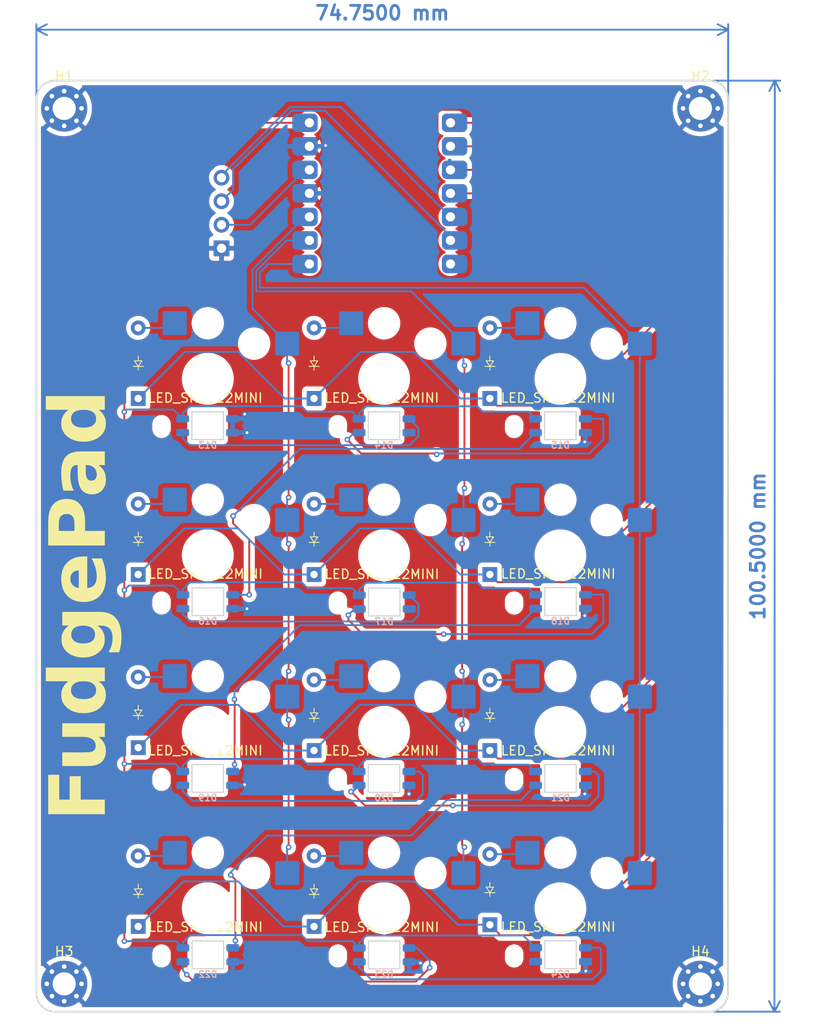
<source format=kicad_pcb>
(kicad_pcb (version 20240108) (generator "pcbnew") (generator_version "8.0")
  (layers (0 "F.Cu" signal) (31 "B.Cu" signal) (34 "B.Paste" user) (35 "F.Paste" user) (36 "B.SilkS" user "B.Silkscreen") (37 "F.SilkS" user "F.Silkscreen") (38 "B.Mask" user) (39 "F.Mask" user) (44 "Edge.Cuts" user))
  (net 0 "")
  (net 1 "Net-(D1-A)")
  (net 2 "Row 1")
  (net 3 "Net-(D2-A)")
  (net 4 "Net-(D3-A)")
  (net 5 "Net-(D4-A)")
  (net 6 "Row 2")
  (net 7 "Net-(D5-A)")
  (net 8 "Net-(D6-A)")
  (net 9 "Row 3")
  (net 10 "Net-(D7-A)")
  (net 11 "Net-(D8-A)")
  (net 12 "Net-(D9-A)")
  (net 13 "Row 4")
  (net 14 "Net-(D10-A)")
  (net 15 "Net-(D11-A)")
  (net 16 "Net-(D12-A)")
  (net 17 "LED")
  (net 18 "Net-(D13-DOUT)")
  (net 19 "+5V")
  (net 20 "Net-(D14-DOUT)")
  (net 21 "Net-(D15-DOUT)")
  (net 22 "Net-(D16-DOUT)")
  (net 23 "Net-(D17-DOUT)")
  (net 24 "Net-(D18-DOUT)")
  (net 25 "Net-(D19-DOUT)")
  (net 26 "Net-(D20-DOUT)")
  (net 27 "Net-(D21-DOUT)")
  (net 28 "Net-(D22-DOUT)")
  (net 29 "Net-(D23-DOUT)")
  (net 31 "Col 2")
  (net 32 "Col 3")
  (net 33 "Col 1")
  (net 34 "SCL")
  (net 35 "SDA")
  (net 37 "+3.3V")
  (footprint "ScottoKeebs_Components:Diode_DO-35" (layer "F.Cu") (at 111.5 116.5 90)
    (property "Reference" "D7" (hide yes))
    (property "Value" "Diode" (hide yes))
  )
  (footprint "ScottoKeebs_Components:Diode_DO-35" (layer "F.Cu") (at 149.5 97.81 90)
    (property "Reference" "D6" (hide yes))
    (property "Value" "Diode" (hide yes))
  )
  (footprint "ScottoKeebs_Components:Diode_DO-35" (layer "F.Cu") (at 111.5 78.81 90)
    (property "Reference" "D1" (hide yes))
    (property "Value" "Diode" (hide yes))
  )
  (footprint "MountingHole:MountingHole_2.5mm_Pad_Via" (layer "F.Cu") (at 103.5 47.5)
    (property "Reference" "H1")
    (property "Value" "MountingHole_Pad")
  )
  (footprint "ScottoKeebs_Components:Diode_DO-35" (layer "F.Cu") (at 130.5 78.81 90)
    (property "Reference" "D2" (hide yes))
    (property "Value" "Diode" (hide yes))
  )
  (footprint "ScottoKeebs_Components:Diode_DO-35" (layer "F.Cu") (at 149.5 78.81 90)
    (property "Reference" "D3" (hide yes))
    (property "Value" "Diode" (hide yes))
  )
  (footprint "ScottoKeebs_Components:Diode_DO-35" (layer "F.Cu") (at 149.5 116.81 90)
    (property "Reference" "D9" (hide yes))
    (property "Value" "Diode" (hide yes))
  )
  (footprint "ScottoKeebs_Components:Diode_DO-35" (layer "F.Cu") (at 149.5 135.62 90)
    (property "Reference" "D12" (hide yes))
    (property "Value" "Diode" (hide yes))
  )
  (footprint "sb componets:OLED_128x32" (layer "F.Cu") (at 118.9 52.8)
    (property "Reference" "J1" (hide yes))
    (property "Value" "OLED_128x32")
  )
  (footprint "ScottoKeebs_Components:Diode_DO-35" (layer "F.Cu") (at 111.5 135.81 90)
    (property "Reference" "D10" (hide yes))
    (property "Value" "Diode" (hide yes))
  )
  (footprint "ScottoKeebs_Components:Diode_DO-35" (layer "F.Cu") (at 111.5 97.81 90)
    (property "Reference" "D4" (hide yes))
    (property "Value" "Diode" (hide yes))
  )
  (footprint "MountingHole:MountingHole_2.5mm_Pad_Via" (layer "F.Cu") (at 103.5 142)
    (property "Reference" "H3")
    (property "Value" "MountingHole_Pad")
  )
  (footprint "MountingHole:MountingHole_2.5mm_Pad_Via" (layer "F.Cu") (at 172.25 142)
    (property "Reference" "H4")
    (property "Value" "MountingHole_Pad")
  )
  (footprint "ScottoKeebs_Components:Diode_DO-35" (layer "F.Cu") (at 130.5 97.81 90)
    (property "Reference" "D5" (hide yes))
    (property "Value" "Diode" (hide yes))
  )
  (footprint "MountingHole:MountingHole_2.5mm_Pad_Via" (layer "F.Cu") (at 172.25 47.5)
    (property "Reference" "H2")
    (property "Value" "MountingHole_Pad")
  )
  (footprint "ScottoKeebs_Components:Diode_DO-35" (layer "F.Cu") (at 130.5 135.81 90)
    (property "Reference" "D11" (hide yes))
    (property "Value" "Diode" (hide yes))
  )
  (footprint "ScottoKeebs_Components:Diode_DO-35" (layer "F.Cu") (at 130.5 116.81 90)
    (property "Reference" "D8" (hide yes))
    (property "Value" "Diode" (hide yes))
  )
  (footprint "sb componets:LED_SK6812MINI" (layer "B.Cu") (at 157.134149 100.73876 180)
    (property "Reference" "D18")
    (property "Value" "LED_SK6812MINI")
    (fp_line (start 1.7 1.5) (end 1.7 -1.5) (stroke (width 0.12)) (layer "Edge.Cuts"))
    (fp_line (start 1.7 -1.5) (end -1.7 -1.5) (stroke (width 0.12)) (layer "Edge.Cuts"))
    (fp_line (start -1.7 1.5) (end 1.7 1.5) (stroke (width 0.12)) (layer "Edge.Cuts"))
    (fp_line (start -1.7 -1.5) (end -1.7 1.5) (stroke (width 0.12)) (layer "Edge.Cuts"))
  )
  (footprint "sb componets:LED_SK6812MINI" (layer "B.Cu") (at 138.060732 119.830547 180)
    (property "Reference" "D20")
    (property "Value" "LED_SK6812MINI")
    (fp_line (start 1.7 1.5) (end 1.7 -1.5) (stroke (width 0.12)) (layer "Edge.Cuts"))
    (fp_line (start 1.7 -1.5) (end -1.7 -1.5) (stroke (width 0.12)) (layer "Edge.Cuts"))
    (fp_line (start -1.7 1.5) (end 1.7 1.5) (stroke (width 0.12)) (layer "Edge.Cuts"))
    (fp_line (start -1.7 -1.5) (end -1.7 1.5) (stroke (width 0.12)) (layer "Edge.Cuts"))
  )
  (footprint "sb componets:LED_SK6812MINI" (layer "B.Cu") (at 157.120028 81.75 180)
    (property "Reference" "D15")
    (property "Value" "LED_SK6812MINI")
    (fp_line (start 1.7 1.5) (end 1.7 -1.5) (stroke (width 0.12)) (layer "Edge.Cuts"))
    (fp_line (start 1.7 -1.5) (end -1.7 -1.5) (stroke (width 0.12)) (layer "Edge.Cuts"))
    (fp_line (start -1.7 1.5) (end 1.7 1.5) (stroke (width 0.12)) (layer "Edge.Cuts"))
    (fp_line (start -1.7 -1.5) (end -1.7 1.5) (stroke (width 0.12)) (layer "Edge.Cuts"))
  )
  (footprint "Kailh_PG1353_Hotswap:Kailh-PG1353-Hotswap-1U" (layer "B.Cu") (at 119.02 114.7875 180)
    (property "Reference" "S7")
    (property "Value" "Keyswitch")
  )
  (footprint "Kailh_PG1353_Hotswap:Kailh-PG1353-Hotswap-1U" (layer "B.Cu") (at 157.12 133.8375 180)
    (property "Reference" "S12")
    (property "Value" "Keyswitch")
  )
  (footprint "sb componets:LED_SK6812MINI" (layer "B.Cu") (at 138.063544 81.75 180)
    (property "Reference" "D14")
    (property "Value" "LED_SK6812MINI")
    (fp_line (start 1.7 1.5) (end 1.7 -1.5) (stroke (width 0.12)) (layer "Edge.Cuts"))
    (fp_line (start 1.7 -1.5) (end -1.7 -1.5) (stroke (width 0.12)) (layer "Edge.Cuts"))
    (fp_line (start -1.7 1.5) (end 1.7 1.5) (stroke (width 0.12)) (layer "Edge.Cuts"))
    (fp_line (start -1.7 -1.5) (end -1.7 1.5) (stroke (width 0.12)) (layer "Edge.Cuts"))
  )
  (footprint "sb componets:LED_SK6812MINI" (layer "B.Cu") (at 119 81.75 180)
    (property "Reference" "D13")
    (property "Value" "LED_SK6812MINI")
    (fp_line (start 1.7 1.5) (end 1.7 -1.5) (stroke (width 0.12)) (layer "Edge.Cuts"))
    (fp_line (start 1.7 -1.5) (end -1.7 -1.5) (stroke (width 0.12)) (layer "Edge.Cuts"))
    (fp_line (start -1.7 1.5) (end 1.7 1.5) (stroke (width 0.12)) (layer "Edge.Cuts"))
    (fp_line (start -1.7 -1.5) (end -1.7 1.5) (stroke (width 0.12)) (layer "Edge.Cuts"))
  )
  (footprint "sb componets:LED_SK6812MINI" (layer "B.Cu") (at 119.023485 138.867435 180)
    (property "Reference" "D22")
    (property "Value" "LED_SK6812MINI")
    (fp_line (start 1.7 1.5) (end 1.7 -1.5) (stroke (width 0.12)) (layer "Edge.Cuts"))
    (fp_line (start 1.7 -1.5) (end -1.7 -1.5) (stroke (width 0.12)) (layer "Edge.Cuts"))
    (fp_line (start -1.7 1.5) (end 1.7 1.5) (stroke (width 0.12)) (layer "Edge.Cuts"))
    (fp_line (start -1.7 -1.5) (end -1.7 1.5) (stroke (width 0.12)) (layer "Edge.Cuts"))
  )
  (footprint "sb componets:LED_SK6812MINI" (layer "B.Cu") (at 119.005474 119.819308 180)
    (property "Reference" "D19")
    (property "Value" "LED_SK6812MINI")
    (fp_line (start 1.7 1.5) (end 1.7 -1.5) (stroke (width 0.12)) (layer "Edge.Cuts"))
    (fp_line (start 1.7 -1.5) (end -1.7 -1.5) (stroke (width 0.12)) (layer "Edge.Cuts"))
    (fp_line (start -1.7 1.5) (end 1.7 1.5) (stroke (width 0.12)) (layer "Edge.Cuts"))
    (fp_line (start -1.7 -1.5) (end -1.7 1.5) (stroke (width 0.12)) (layer "Edge.Cuts"))
  )
  (footprint "sb componets:LED_SK6812MINI" (layer "B.Cu") (at 157.130978 119.824135 180)
    (property "Reference" "D21")
    (property "Value" "LED_SK6812MINI")
    (fp_line (start 1.7 1.5) (end 1.7 -1.5) (stroke (width 0.12)) (layer "Edge.Cuts"))
    (fp_line (start 1.7 -1.5) (end -1.7 -1.5) (stroke (width 0.12)) (layer "Edge.Cuts"))
    (fp_line (start -1.7 1.5) (end 1.7 1.5) (stroke (width 0.12)) (layer "Edge.Cuts"))
    (fp_line (start -1.7 -1.5) (end -1.7 1.5) (stroke (width 0.12)) (layer "Edge.Cuts"))
  )
  (footprint "Kailh_PG1353_Hotswap:Kailh-PG1353-Hotswap-1U" (layer "B.Cu") (at 157.12 76.6875 180)
    (property "Reference" "S3")
    (property "Value" "Keyswitch")
  )
  (footprint "Kailh_PG1353_Hotswap:Kailh-PG1353-Hotswap-1U" (layer "B.Cu") (at 119.02 95.7375 180)
    (property "Reference" "S4")
    (property "Value" "Keyswitch")
  )
  (footprint "sb componets:LED_SK6812MINI" (layer "B.Cu") (at 157.133501 138.854252 180)
    (property "Reference" "D24")
    (property "Value" "LED_SK6812MINI")
    (fp_line (start 1.7 1.5) (end 1.7 -1.5) (stroke (width 0.12)) (layer "Edge.Cuts"))
    (fp_line (start 1.7 -1.5) (end -1.7 -1.5) (stroke (width 0.12)) (layer "Edge.Cuts"))
    (fp_line (start -1.7 1.5) (end 1.7 1.5) (stroke (width 0.12)) (layer "Edge.Cuts"))
    (fp_line (start -1.7 -1.5) (end -1.7 1.5) (stroke (width 0.12)) (layer "Edge.Cuts"))
  )
  (footprint "Kailh_PG1353_Hotswap:Kailh-PG1353-Hotswap-1U" (layer "B.Cu") (at 138.07 133.8375 180)
    (property "Reference" "S11")
    (property "Value" "Keyswitch")
  )
  (footprint "sb componets:LED_SK6812MINI" (layer "B.Cu") (at 138.084726 100.781772 180)
    (property "Reference" "D17")
    (property "Value" "LED_SK6812MINI")
    (fp_line (start 1.7 1.5) (end 1.7 -1.5) (stroke (width 0.12)) (layer "Edge.Cuts"))
    (fp_line (start 1.7 -1.5) (end -1.7 -1.5) (stroke (width 0.12)) (layer "Edge.Cuts"))
    (fp_line (start -1.7 1.5) (end 1.7 1.5) (stroke (width 0.12)) (layer "Edge.Cuts"))
    (fp_line (start -1.7 -1.5) (end -1.7 1.5) (stroke (width 0.12)) (layer "Edge.Cuts"))
  )
  (footprint "Kailh_PG1353_Hotswap:Kailh-PG1353-Hotswap-1U" (layer "B.Cu") (at 119.02 133.8375 180)
    (property "Reference" "S10")
    (property "Value" "Keyswitch")
  )
  (footprint "sb componets:LED_SK6812MINI" (layer "B.Cu") (at 138.077735 138.877667 180)
    (property "Reference" "D23")
    (property "Value" "LED_SK6812MINI")
    (fp_line (start 1.7 1.5) (end 1.7 -1.5) (stroke (width 0.12)) (layer "Edge.Cuts"))
    (fp_line (start 1.7 -1.5) (end -1.7 -1.5) (stroke (width 0.12)) (layer "Edge.Cuts"))
    (fp_line (start -1.7 1.5) (end 1.7 1.5) (stroke (width 0.12)) (layer "Edge.Cuts"))
    (fp_line (start -1.7 -1.5) (end -1.7 1.5) (stroke (width 0.12)) (layer "Edge.Cuts"))
  )
  (footprint "Kailh_PG1353_Hotswap:Kailh-PG1353-Hotswap-1U" (layer "B.Cu") (at 157.12 114.7875 180)
    (property "Reference" "S9")
    (property "Value" "Keyswitch")
  )
  (footprint "Kailh_PG1353_Hotswap:Kailh-PG1353-Hotswap-1U" (layer "B.Cu") (at 119.02 76.6875 180)
    (property "Reference" "S1")
    (property "Value" "Keyswitch")
  )
  (footprint "sb componets:LED_SK6812MINI" (layer "B.Cu") (at 119.024135 100.75 180)
    (property "Reference" "D16")
    (property "Value" "LED_SK6812MINI")
    (fp_line (start 1.7 1.5) (end 1.7 -1.5) (stroke (width 0.12)) (layer "Edge.Cuts"))
    (fp_line (start 1.7 -1.5) (end -1.7 -1.5) (stroke (width 0.12)) (layer "Edge.Cuts"))
    (fp_line (start -1.7 1.5) (end 1.7 1.5) (stroke (width 0.12)) (layer "Edge.Cuts"))
    (fp_line (start -1.7 -1.5) (end -1.7 1.5) (stroke (width 0.12)) (layer "Edge.Cuts"))
  )
  (footprint "Kailh_PG1353_Hotswap:Kailh-PG1353-Hotswap-1U" (layer "B.Cu") (at 157.12 95.7375 180)
    (property "Reference" "S6")
    (property "Value" "Keyswitch")
  )
  (footprint "ScottoKeebs_MCU:Seeed_XIAO_RP2040" (layer "B.Cu") (at 137.62 56.67 180)
    (property "Reference" "U2" (hide yes))
    (property "Value" "MCU_Seeed_XIAO_RP2040")
  )
  (footprint "Kailh_PG1353_Hotswap:Kailh-PG1353-Hotswap-1U" (layer "B.Cu") (at 138.07 76.6875 180)
    (property "Reference" "S2")
    (property "Value" "Keyswitch")
  )
  (footprint "Kailh_PG1353_Hotswap:Kailh-PG1353-Hotswap-1U" (layer "B.Cu") (at 138.07 114.7875 180)
    (property "Reference" "S8")
    (property "Value" "Keyswitch")
  )
  (footprint "Kailh_PG1353_Hotswap:Kailh-PG1353-Hotswap-1U" (layer "B.Cu") (at 138.07 95.7375 180)
    (property "Reference" "S5")
    (property "Value" "Keyswitch")
  )
  (gr_arc (start 102.5 145) (mid 101.085786 144.414214) (end 100.5 143) (stroke (width 0.2)) (layer "Edge.Cuts"))
  (gr_line (start 102.5 44.5) (end 173.249213 44.5) (stroke (width 0.2)) (layer "Edge.Cuts"))
  (gr_line (start 173.21125 145) (end 102.5 145) (stroke (width 0.2)) (layer "Edge.Cuts"))
  (gr_arc (start 100.5 46.5) (mid 101.085786 45.085786) (end 102.5 44.5) (stroke (width 0.2)) (layer "Edge.Cuts"))
  (gr_arc (start 173.249213 44.5) (mid 174.663705 45.086065) (end 175.249213 46.500787) (stroke (width 0.2)) (layer "Edge.Cuts"))
  (gr_line (start 100.5 143) (end 100.5 46.5) (stroke (width 0.2)) (layer "Edge.Cuts"))
  (gr_arc (start 175.21125 143) (mid 174.625461 144.414196) (end 173.21125 145) (stroke (width 0.2)) (layer "Edge.Cuts"))
  (gr_line (start 175.249213 46.500787) (end 175.21125 143) (stroke (width 0.2)) (layer "Edge.Cuts"))
  (gr_text "FudgePad\n" (at 108.9125 77.85 90) (layer "F.SilkS") (effects (font (size 6 6) (thickness 0.3) (bold yes)) (justify right bottom)))
  (dimension (type aligned) (layer "B.Cu") (pts (xy 173.249213 44.5) (xy 173.21125 145)) (height -7.036526) (gr_text "100.5000 mm" (at 178.466756 94.751978 89.97835645) (layer "B.Cu") (effects (font (size 1.5 1.5) (thickness 0.3)))) (format (prefix "") (suffix "") (units 3) (units_format 1) (precision 4)) (style (thickness 0.2) (arrow_length 1.27) (text_position_mode 0) (extension_height 0.58642) (extension_offset 0.5) keep_text_aligned))
  (dimension (type aligned) (layer "B.Cu") (pts (xy 100.5 48.75) (xy 175.25 48.75)) (height -9.75) (gr_text "74.7500 mm" (at 137.875 37.2 0) (layer "B.Cu") (effects (font (size 1.5 1.5) (thickness 0.3)))) (format (prefix "") (suffix "") (units 3) (units_format 1) (precision 4)) (style (thickness 0.2) (arrow_length 1.27) (text_position_mode 0) (extension_height 0.58642) (extension_offset 0.5) keep_text_aligned))
  (segment (start 114.9425 71.19) (end 115.445 70.6875) (width 0.2) (layer "B.Cu") (net 1))
  (segment (start 111.5 71.19) (end 114.9425 71.19) (width 0.2) (layer "B.Cu") (net 1))
  (segment (start 167.75 69) (end 155.42 56.67) (width 0.2) (layer "F.Cu") (net 2))
  (segment (start 167.75 70.25) (end 167.75 69) (width 0.2) (layer "F.Cu") (net 2))
  (segment (start 158.4125 79.5875) (end 167.75 70.25) (width 0.2) (layer "F.Cu") (net 2))
  (segment (start 155.42 56.67) (end 145.24 56.67) (width 0.2) (layer "F.Cu") (net 2))
  (segment (start 149.5 78.81) (end 150.2775 79.5875) (width 0.2) (layer "F.Cu") (net 2))
  (segment (start 150.2775 79.5875) (end 158.4125 79.5875) (width 0.2) (layer "F.Cu") (net 2))
  (segment (start 127.326205 78.81) (end 130.5 78.81) (width 0.2) (layer "B.Cu") (net 2))
  (segment (start 116.5225 73.7875) (end 122.303705 73.7875) (width 0.2) (layer "B.Cu") (net 2))
  (segment (start 135.5225 73.7875) (end 141.2875 73.7875) (width 0.2) (layer "B.Cu") (net 2))
  (segment (start 130.5 78.81) (end 135.5225 73.7875) (width 0.2) (layer "B.Cu") (net 2))
  (segment (start 111.5 78.81) (end 116.5225 73.7875) (width 0.2) (layer "B.Cu") (net 2))
  (segment (start 146.31 78.81) (end 149.5 78.81) (width 0.2) (layer "B.Cu") (net 2))
  (segment (start 122.303705 73.7875) (end 127.326205 78.81) (width 0.2) (layer "B.Cu") (net 2))
  (segment (start 141.2875 73.7875) (end 146.31 78.81) (width 0.2) (layer "B.Cu") (net 2))
  (segment (start 133.9925 71.19) (end 134.495 70.6875) (width 0.2) (layer "B.Cu") (net 3))
  (segment (start 130.5 71.19) (end 133.9925 71.19) (width 0.2) (layer "B.Cu") (net 3))
  (segment (start 149.5 71.19) (end 153.0425 71.19) (width 0.2) (layer "B.Cu") (net 4))
  (segment (start 153.0425 71.19) (end 153.545 70.6875) (width 0.2) (layer "B.Cu") (net 4))
  (segment (start 111.5 90.19) (end 114.9925 90.19) (width 0.2) (layer "B.Cu") (net 5))
  (segment (start 114.9925 90.19) (end 115.445 89.7375) (width 0.2) (layer "B.Cu") (net 5))
  (segment (start 153.88 54.13) (end 145.24 54.13) (width 0.2) (layer "F.Cu") (net 6))
  (segment (start 168.25 88.75) (end 168.25 68.5) (width 0.2) (layer "F.Cu") (net 6))
  (segment (start 150.3275 98.6375) (end 158.3625 98.6375) (width 0.2) (layer "F.Cu") (net 6))
  (segment (start 149.5 97.81) (end 150.3275 98.6375) (width 0.2) (layer "F.Cu") (net 6))
  (segment (start 158.3625 98.6375) (end 168.25 88.75) (width 0.2) (layer "F.Cu") (net 6))
  (segment (start 168.25 68.5) (end 153.88 54.13) (width 0.2) (layer "F.Cu") (net 6))
  (segment (start 141.3375 92.8375) (end 146.31 97.81) (width 0.2) (layer "B.Cu") (net 6))
  (segment (start 127.276205 97.81) (end 130.5 97.81) (width 0.2) (layer "B.Cu") (net 6))
  (segment (start 122.303705 92.8375) (end 127.276205 97.81) (width 0.2) (layer "B.Cu") (net 6))
  (segment (start 130.5 97.81) (end 135.4725 92.8375) (width 0.2) (layer "B.Cu") (net 6))
  (segment (start 116.4725 92.8375) (end 122.303705 92.8375) (width 0.2) (layer "B.Cu") (net 6))
  (segment (start 145.04 53.04) (end 145.24 53.04) (width 0.2) (layer "B.Cu") (net 6))
  (segment (start 146.31 97.81) (end 149.5 97.81) (width 0.2) (layer "B.Cu") (net 6))
  (segment (start 111.5 97.81) (end 116.4725 92.8375) (width 0.2) (layer "B.Cu") (net 6))
  (segment (start 135.4725 92.8375) (end 141.3375 92.8375) (width 0.2) (layer "B.Cu") (net 6))
  (segment (start 134.0425 90.19) (end 134.495 89.7375) (width 0.2) (layer "B.Cu") (net 7))
  (segment (start 130.5 90.19) (end 134.0425 90.19) (width 0.2) (layer "B.Cu") (net 7))
  (segment (start 153.0925 90.19) (end 153.545 89.7375) (width 0.2) (layer "B.Cu") (net 8))
  (segment (start 149.5 90.19) (end 153.0925 90.19) (width 0.2) (layer "B.Cu") (net 8))
  (segment (start 168.65 107.358719) (end 158.321219 117.6875) (width 0.2) (layer "F.Cu") (net 9))
  (segment (start 158.321219 117.6875) (end 150.3775 117.6875) (width 0.2) (layer "F.Cu") (net 9))
  (segment (start 168.65 67.69863) (end 168.65 107.358719) (width 0.2) (layer "F.Cu") (net 9))
  (segment (start 150.3775 117.6875) (end 149.5 116.81) (width 0.2) (layer "F.Cu") (net 9))
  (segment (start 152.54137 51.59) (end 145.24 51.59) (width 0.2) (layer "F.Cu") (net 9))
  (segment (start 168.65 67.69863) (end 152.54137 51.59) (width 0.2) (layer "F.Cu") (net 9))
  (segment (start 122.303705 111.8875) (end 127.226205 116.81) (width 0.2) (layer "B.Cu") (net 9))
  (segment (start 111.5 116.5) (end 116.1125 111.8875) (width 0.2) (layer "B.Cu") (net 9))
  (segment (start 130.5 116.81) (end 135.4225 111.8875) (width 0.2) (layer "B.Cu") (net 9))
  (segment (start 127.226205 116.81) (end 130.5 116.81) (width 0.2) (layer "B.Cu") (net 9))
  (segment (start 135.4225 111.8875) (end 141.353705 111.8875) (width 0.2) (layer "B.Cu") (net 9))
  (segment (start 116.1125 111.8875) (end 122.303705 111.8875) (width 0.2) (layer "B.Cu") (net 9))
  (segment (start 141.353705 111.8875) (end 146.276205 116.81) (width 0.2) (layer "B.Cu") (net 9))
  (segment (start 146.276205 116.81) (end 149.5 116.81) (width 0.2) (layer "B.Cu") (net 9))
  (segment (start 111.5 108.88) (end 115.3525 108.88) (width 0.2) (layer "B.Cu") (net 10))
  (segment (start 115.3525 108.88) (end 115.445 108.7875) (width 0.2) (layer "B.Cu") (net 10))
  (segment (start 130.5 109.19) (end 134.0925 109.19) (width 0.2) (layer "B.Cu") (net 11))
  (segment (start 134.0925 109.19) (end 134.495 108.7875) (width 0.2) (layer "B.Cu") (net 11))
  (segment (start 153.1425 109.19) (end 153.545 108.7875) (width 0.2) (layer "B.Cu") (net 12))
  (segment (start 149.5 109.19) (end 153.1425 109.19) (width 0.2) (layer "B.Cu") (net 12))
  (segment (start 150.63 136.75) (end 149.5 135.62) (width 0.2) (layer "F.Cu") (net 13))
  (segment (start 169.05 126.008719) (end 158.308719 136.75) (width 0.2) (layer "F.Cu") (net 13))
  (segment (start 151.41 49.05) (end 145.24 49.05) (width 0.2) (layer "F.Cu") (net 13))
  (segment (start 158.308719 136.75) (end 150.63 136.75) (width 0.2) (layer "F.Cu") (net 13))
  (segment (start 169.05 66.69) (end 169.05 126.008719) (width 0.2) (layer "F.Cu") (net 13))
  (segment (start 169.05 66.69) (end 151.41 49.05) (width 0.2) (layer "F.Cu") (net 13))
  (segment (start 141.353705 130.9375) (end 146.036205 135.62) (width 0.2) (layer "B.Cu") (net 13))
  (segment (start 127.176205 135.81) (end 130.5 135.81) (width 0.2) (layer "B.Cu") (net 13))
  (segment (start 111.5 135.81) (end 116.3725 130.9375) (width 0.2) (layer "B.Cu") (net 13))
  (segment (start 122.303705 130.9375) (end 127.176205 135.81) (width 0.2) (layer "B.Cu") (net 13))
  (segment (start 130.5 135.81) (end 135.3725 130.9375) (width 0.2) (layer "B.Cu") (net 13))
  (segment (start 146.036205 135.62) (end 149.5 135.62) (width 0.2) (layer "B.Cu") (net 13))
  (segment (start 116.3725 130.9375) (end 122.303705 130.9375) (width 0.2) (layer "B.Cu") (net 13))
  (segment (start 135.3725 130.9375) (end 141.353705 130.9375) (width 0.2) (layer "B.Cu") (net 13))
  (segment (start 111.5 128.19) (end 115.0925 128.19) (width 0.2) (layer "B.Cu") (net 14))
  (segment (start 115.0925 128.19) (end 115.445 127.8375) (width 0.2) (layer "B.Cu") (net 14))
  (segment (start 130.5 128.19) (end 134.1425 128.19) (width 0.2) (layer "B.Cu") (net 15))
  (segment (start 134.1425 128.19) (end 134.495 127.8375) (width 0.2) (layer "B.Cu") (net 15))
  (segment (start 149.5 128) (end 153.3825 128) (width 0.2) (layer "B.Cu") (net 16))
  (segment (start 153.3825 128) (end 153.545 127.8375) (width 0.2) (layer "B.Cu") (net 16))
  (segment (start 123 80.5) (end 122.17 79.67) (width 0.2) (layer "F.Cu") (net 17))
  (segment (start 122.17 64.5) (end 130 56.67) (width 0.2) (layer "F.Cu") (net 17))
  (segment (start 122.17 79.67) (end 122.17 64.5) (width 0.2) (layer "F.Cu") (net 17))
  (via (at 159.75 83.5) (size 0.6) (drill 0.3) (layers "F.Cu" "B.Cu") (net 17))
  (via (at 159.75 102.25) (size 0.6) (drill 0.3) (layers "F.Cu" "B.Cu") (net 17))
  (via (at 123.25 101.5) (size 0.6) (drill 0.3) (layers "F.Cu" "B.Cu") (net 17))
  (via (at 159.8585 140.623629) (size 0.6) (drill 0.3) (layers "F.Cu" "B.Cu") (net 17))
  (via (at 123.25 82.5) (size 0.6) (drill 0.3) (layers "F.Cu" "B.Cu") (net 17))
  (via (at 123 80.5) (size 0.6) (drill 0.3) (layers "F.Cu" "B.Cu") (net 17))
  (via (at 159.75 121.5) (size 0.6) (drill 0.3) (layers "F.Cu" "B.Cu") (net 17))
  (via (at 131.75 51.5) (size 0.6) (drill 0.3) (layers "F.Cu" "B.Cu") (net 17))
  (via (at 140.75 121.5) (size 0.6) (drill 0.3) (layers "F.Cu" "B.Cu") (net 17))
  (via (at 123 120.5) (size 0.6) (drill 0.3) (layers "F.Cu" "B.Cu") (net 17))
  (via (at 142 139.75) (size 0.6) (drill 0.3) (layers "F.Cu" "B.Cu") (net 17))
  (segment (start 122.5 81) (end 123 80.5) (width 0.2) (layer "B.Cu") (net 17))
  (segment (start 140.760732 121.489268) (end 140.75 121.5) (width 0.2) (layer "B.Cu") (net 17))
  (segment (start 140.760732 120.580547) (end 140.760732 121.489268) (width 0.2) (layer "B.Cu") (net 17))
  (segment (start 121.7 81) (end 122.5 81) (width 0.2) (layer "B.Cu") (net 17))
  (segment (start 141.763544 82.919858) (end 141.763544 82) (width 0.2) (layer "B.Cu") (net 18))
  (segment (start 141.763544 82) (end 140.763544 81) (width 0.2) (layer "B.Cu") (net 18))
  (segment (start 116.3 82.5) (end 116.3 83.098528) (width 0.2) (layer "B.Cu") (net 18))
  (segment (start 117.051472 83.85) (end 140.833402 83.85) (width 0.2) (layer "B.Cu") (net 18))
  (segment (start 140.833402 83.85) (end 141.763544 82.919858) (width 0.2) (layer "B.Cu") (net 18))
  (segment (start 116.3 83.098528) (end 117.051472 83.85) (width 0.2) (layer "B.Cu") (net 18))
  (segment (start 110 118.25) (end 110 99.5) (width 0.2) (layer "F.Cu") (net 19))
  (segment (start 110 80.25) (end 110 63.5) (width 0.2) (layer "F.Cu") (net 19))
  (segment (start 110 63.5) (end 124.45 49.05) (width 0.2) (layer "F.Cu") (net 19))
  (segment (start 110 99.5) (end 110 80.25) (width 0.2) (layer "F.Cu") (net 19))
  (segment (start 124.45 49.05) (end 130 49.05) (width 0.2) (layer "F.Cu") (net 19))
  (segment (start 110 137.3875) (end 110 118.25) (width 0.2) (layer "F.Cu") (net 19))
  (via (at 110 80.25) (size 0.6) (drill 0.3) (layers "F.Cu" "B.Cu") (net 19))
  (via (at 110 118.25) (size 0.6) (drill 0.3) (layers "F.Cu" "B.Cu") (net 19))
  (via (at 110 137.3875) (size 0.6) (drill 0.3) (layers "F.Cu" "B.Cu") (net 19))
  (via (at 110 99.5) (size 0.6) (drill 0.3) (layers "F.Cu" "B.Cu") (net 19))
  (segment (start 115.59355 137.3875) (end 116.323485 138.117435) (width 0.2) (layer "B.Cu") (net 19))
  (segment (start 129.7375 80.2375) (end 134.601044 80.2375) (width 0.2) (layer "B.Cu") (net 19))
  (segment (start 116.3 80.401472) (end 117.051472 79.65) (width 0.2) (layer "B.Cu") (net 19))
  (segment (start 135.384726 99.433244) (end 136.136198 98.681772) (width 0.2) (layer "B.Cu") (net 19))
  (segment (start 153.106916 136.777667) (end 154.433501 138.104252) (width 0.2) (layer "B.Cu") (net 19))
  (segment (start 136.129207 136.777667) (end 153.106916 136.777667) (width 0.2) (layer "B.Cu") (net 19))
  (segment (start 148.15 79.65) (end 148.7375 80.2375) (width 0.2) (layer "B.Cu") (net 19))
  (segment (start 148.7375 80.2375) (end 153.657528 80.2375) (width 0.2) (layer "B.Cu") (net 19))
  (segment (start 129.15 98.65) (end 129.7875 99.2875) (width 0.2) (layer "B.Cu") (net 19))
  (segment (start 134.640454 99.2875) (end 135.384726 100.031772) (width 0.2) (layer "B.Cu") (net 19))
  (segment (start 153.694343 118.3375) (end 154.430978 119.074135) (width 0.2) (layer "B.Cu") (net 19))
  (segment (start 129.15 79.65) (end 129.7375 80.2375) (width 0.2) (layer "B.Cu") (net 19))
  (segment (start 135.360732 119.080547) (end 135.360732 118.482019) (width 0.2) (layer "B.Cu") (net 19))
  (segment (start 134.617685 118.3375) (end 135.360732 119.080547) (width 0.2) (layer "B.Cu") (net 19))
  (segment (start 129.8275 118.3375) (end 134.617685 118.3375) (width 0.2) (layer "B.Cu") (net 19))
  (segment (start 110 137.3875) (end 115.59355 137.3875) (width 0.2) (layer "B.Cu") (net 19))
  (segment (start 115.3 80) (end 116.3 81) (width 0.2) (layer "B.Cu") (net 19))
  (segment (start 135.384726 100.031772) (end 135.384726 99.433244) (width 0.2) (layer "B.Cu") (net 19))
  (segment (start 116.324135 99.401472) (end 117.075607 98.65) (width 0.2) (layer "B.Cu") (net 19))
  (segment (start 148.220547 117.730547) (end 148.8275 118.3375) (width 0.2) (layer "B.Cu") (net 19))
  (segment (start 110 118.25) (end 115.486166 118.25) (width 0.2) (layer "B.Cu") (net 19))
  (segment (start 134.637568 137.3875) (end 135.377735 138.127667) (width 0.2) (layer "B.Cu") (net 19))
  (segment (start 116.323485 137.518907) (end 117.104892 136.7375) (width 0.2) (layer "B.Cu") (net 19))
  (segment (start 116.3 81) (end 116.3 80.401472) (width 0.2) (layer "B.Cu") (net 19))
  (segment (start 153.657528 80.2375) (end 154.420028 81) (width 0.2) (layer "B.Cu") (net 19))
  (segment (start 117.075607 98.65) (end 129.15 98.65) (width 0.2) (layer "B.Cu") (net 19))
  (segment (start 110.25 80) (end 115.3 80) (width 0.2) (layer "B.Cu") (net 19))
  (segment (start 148.8275 118.3375) (end 153.694343 118.3375) (width 0.2) (layer "B.Cu") (net 19))
  (segment (start 135.363544 80.401472) (end 136.115016 79.65) (width 0.2) (layer "B.Cu") (net 19))
  (segment (start 148.7875 99.2875) (end 153.732889 99.2875) (width 0.2) (layer "B.Cu") (net 19))
  (segment (start 110.498528 99.001472) (end 115.325607 99.001472) (width 0.2) (layer "B.Cu") (net 19))
  (segment (start 116.324135 100) (end 116.324135 99.401472) (width 0.2) (layer "B.Cu") (net 19))
  (segment (start 110 80.25) (end 110.25 80) (width 0.2) (layer "B.Cu") (net 19))
  (segment (start 115.325607 99.001472) (end 116.324135 100) (width 0.2) (layer "B.Cu") (net 19))
  (segment (start 135.360732 118.482019) (end 136.112204 117.730547) (width 0.2) (layer "B.Cu") (net 19))
  (segment (start 135.377735 137.529139) (end 136.129207 136.777667) (width 0.2) (layer "B.Cu") (net 19))
  (segment (start 115.486166 118.25) (end 116.305474 119.069308) (width 0.2) (layer "B.Cu") (net 19))
  (segment (start 136.112204 117.730547) (end 148.220547 117.730547) (width 0.2) (layer "B.Cu") (net 19))
  (segment (start 116.305474 119.069308) (end 116.305474 118.47078) (width 0.2) (layer "B.Cu") (net 19))
  (segment (start 135.377735 138.127667) (end 135.377735 137.529139) (width 0.2) (layer "B.Cu") (net 19))
  (segment (start 129.1625 136.7375) (end 129.8125 137.3875) (width 0.2) (layer "B.Cu") (net 19))
  (segment (start 116.305474 118.47078) (end 117.056946 117.719308) (width 0.2) (layer "B.Cu") (net 19))
  (segment (start 117.104892 136.7375) (end 129.1625 136.7375) (width 0.2) (layer "B.Cu") (net 19))
  (segment (start 148.181772 98.681772) (end 148.7875 99.2875) (width 0.2) (layer "B.Cu") (net 19))
  (segment (start 117.051472 79.65) (end 129.15 79.65) (width 0.2) (layer "B.Cu") (net 19))
  (segment (start 110 99.5) (end 110.498528 99.001472) (width 0.2) (layer "B.Cu") (net 19))
  (segment (start 129.7875 99.2875) (end 134.640454 99.2875) (width 0.2) (layer "B.Cu") (net 19))
  (segment (start 117.056946 117.719308) (end 129.209308 117.719308) (width 0.2) (layer "B.Cu") (net 19))
  (segment (start 136.136198 98.681772) (end 148.181772 98.681772) (width 0.2) (layer "B.Cu") (net 19))
  (segment (start 116.323485 138.117435) (end 116.323485 137.518907) (width 0.2) (layer "B.Cu") (net 19))
  (segment (start 134.601044 80.2375) (end 135.363544 81) (width 0.2) (layer "B.Cu") (net 19))
  (segment (start 136.115016 79.65) (end 148.15 79.65) (width 0.2) (layer "B.Cu") (net 19))
  (segment (start 153.732889 99.2875) (end 154.434149 99.98876) (width 0.2) (layer "B.Cu") (net 19))
  (segment (start 129.8125 137.3875) (end 134.637568 137.3875) (width 0.2) (layer "B.Cu") (net 19))
  (segment (start 135.363544 81) (end 135.363544 80.401472) (width 0.2) (layer "B.Cu") (net 19))
  (segment (start 129.209308 117.719308) (end 129.8275 118.3375) (width 0.2) (layer "B.Cu") (net 19))
  (segment (start 143.65 84.75) (end 135.595227 84.75) (width 0.2) (layer "F.Cu") (net 20))
  (segment (start 135.595227 84.75) (end 134.095228 83.250001) (width 0.2) (layer "F.Cu") (net 20))
  (segment (start 143.75 84.85) (end 143.65 84.75) (width 0.2) (layer "F.Cu") (net 20))
  (via (at 134.095228 83.250001) (size 0.6) (drill 0.3) (layers "F.Cu" "B.Cu") (net 20))
  (via (at 143.75 84.85) (size 0.6) (drill 0.3) (layers "F.Cu" "B.Cu") (net 20))
  (segment (start 134.845229 82.5) (end 134.095228 83.250001) (width 0.2) (layer "B.Cu") (net 20))
  (segment (start 143.75 84.85) (end 143.85 84.75) (width 0.2) (layer "B.Cu") (net 20))
  (segment (start 161.75 81) (end 159.820028 81) (width 0.2) (layer "B.Cu") (net 20))
  (segment (start 143.85 84.75) (end 160.25 84.75) (width 0.2) (layer "B.Cu") (net 20))
  (segment (start 160.25 84.75) (end 161.75 83.25) (width 0.2) (layer "B.Cu") (net 20))
  (segment (start 161.75 83.25) (end 161.75 81) (width 0.2) (layer "B.Cu") (net 20))
  (segment (start 135.363544 82.5) (end 134.845229 82.5) (width 0.2) (layer "B.Cu") (net 20))
  (segment (start 121.75 91.5) (end 121.75 92.283795) (width 0.2) (layer "F.Cu") (net 21))
  (segment (start 123.5 94.033795) (end 123.5 100) (width 0.2) (layer "F.Cu") (net 21))
  (segment (start 121.75 92.283795) (end 123.5 94.033795) (width 0.2) (layer "F.Cu") (net 21))
  (via (at 121.75 91.5) (size 0.6) (drill 0.3) (layers "F.Cu" "B.Cu") (net 21))
  (via (at 123.5 100) (size 0.6) (drill 0.3) (layers "F.Cu" "B.Cu") (net 21))
  (segment (start 129 84.25) (end 121.75 91.5) (width 0.2) (layer "B.Cu") (net 21))
  (segment (start 123.5 100) (end 121.724135 100) (width 0.2) (layer "B.Cu") (net 21))
  (segment (start 154.420028 82.5) (end 152.670028 84.25) (width 0.2) (layer "B.Cu") (net 21))
  (segment (start 152.670028 84.25) (end 129 84.25) (width 0.2) (layer "B.Cu") (net 21))
  (segment (start 141.118228 102.881772) (end 141.784726 102.215274) (width 0.2) (layer "B.Cu") (net 22))
  (segment (start 116.324135 101.5) (end 116.324135 102.098528) (width 0.2) (layer "B.Cu") (net 22))
  (segment (start 141.784726 101.031772) (end 140.784726 100.031772) (width 0.2) (layer "B.Cu") (net 22))
  (segment (start 117.107379 102.881772) (end 141.118228 102.881772) (width 0.2) (layer "B.Cu") (net 22))
  (segment (start 116.324135 102.098528) (end 117.107379 102.881772) (width 0.2) (layer "B.Cu") (net 22))
  (segment (start 141.784726 102.215274) (end 141.784726 101.031772) (width 0.2) (layer "B.Cu") (net 22))
  (segment (start 134.206483 102.191496) (end 134.206483 102.706483) (width 0.2) (layer "F.Cu") (net 23))
  (segment (start 134.206483 102.706483) (end 135.75 104.25) (width 0.2) (layer "F.Cu") (net 23))
  (segment (start 135.75 104.25) (end 144.5 104.25) (width 0.2) (layer "F.Cu") (net 23))
  (via (at 144.5 104.25) (size 0.6) (drill 0.3) (layers "F.Cu" "B.Cu") (net 23))
  (via (at 134.206483 102.191496) (size 0.6) (drill 0.3) (layers "F.Cu" "B.Cu") (net 23))
  (segment (start 160.5 104.25) (end 161.75 103) (width 0.2) (layer "B.Cu") (net 23))
  (segment (start 134.866207 101.531772) (end 134.206483 102.191496) (width 0.2) (layer "B.Cu") (net 23))
  (segment (start 161.73876 99.98876) (end 159.834149 99.98876) (width 0.2) (layer "B.Cu") (net 23))
  (segment (start 135.384726 101.531772) (end 134.866207 101.531772) (width 0.2) (layer "B.Cu") (net 23))
  (segment (start 144.5 104.25) (end 160.5 104.25) (width 0.2) (layer "B.Cu") (net 23))
  (segment (start 161.75 103) (end 161.75 100) (width 0.2) (layer "B.Cu") (net 23))
  (segment (start 161.75 100) (end 161.73876 99.98876) (width 0.2) (layer "B.Cu") (net 23))
  (segment (start 121.909654 118.319308) (end 121.92 118.308962) (width 0.2) (layer "F.Cu") (net 24))
  (segment (start 121.92 118.308962) (end 121.92 111.310841) (width 0.2) (layer "F.Cu") (net 24))
  (segment (start 121.92 111.310841) (end 121.896659 111.2875) (width 0.2) (layer "F.Cu") (net 24))
  (via (at 121.896659 111.2875) (size 0.6) (drill 0.3) (layers "F.Cu" "B.Cu") (net 24))
  (via (at 121.909654 118.319308) (size 0.6) (drill 0.3) (layers "F.Cu" "B.Cu") (net 24))
  (segment (start 121.896659 111.2875) (end 121.896659 110.353341) (width 0.2) (layer "B.Cu") (net 24))
  (segment (start 121.896659 110.353341) (end 128.968228 103.281772) (width 0.2) (layer "B.Cu") (net 24))
  (segment (start 128.968228 103.281772) (end 152.641137 103.281772) (width 0.2) (layer "B.Cu") (net 24))
  (segment (start 121.909654 118.319308) (end 121.909654 118.865128) (width 0.2) (layer "B.Cu") (net 24))
  (segment (start 121.909654 118.865128) (end 121.705474 119.069308) (width 0.2) (layer "B.Cu") (net 24))
  (segment (start 152.641137 103.281772) (end 154.434149 101.48876) (width 0.2) (layer "B.Cu") (net 24))
  (segment (start 142.25 121.5) (end 142.25 119.5) (width 0.2) (layer "B.Cu") (net 25))
  (segment (start 141.5 122.25) (end 142.25 121.5) (width 0.2) (layer "B.Cu") (net 25))
  (segment (start 142.25 119.5) (end 141.830547 119.080547) (width 0.2) (layer "B.Cu") (net 25))
  (segment (start 116.305474 120.569308) (end 116.305474 121.167836) (width 0.2) (layer "B.Cu") (net 25))
  (segment (start 117.387638 122.25) (end 141.5 122.25) (width 0.2) (layer "B.Cu") (net 25))
  (segment (start 116.305474 121.167836) (end 117.387638 122.25) (width 0.2) (layer "B.Cu") (net 25))
  (segment (start 141.830547 119.080547) (end 140.760732 119.080547) (width 0.2) (layer "B.Cu") (net 25))
  (segment (start 145.5 122.75) (end 136 122.75) (width 0.2) (layer "F.Cu") (net 26))
  (segment (start 136 122.75) (end 134.5 121.25) (width 0.2) (layer "F.Cu") (net 26))
  (via (at 134.5 121.25) (size 0.6) (drill 0.3) (layers "F.Cu" "B.Cu") (net 26))
  (via (at 145.5 122.75) (size 0.6) (drill 0.3) (layers "F.Cu" "B.Cu") (net 26))
  (segment (start 134.691279 121.25) (end 135.360732 120.580547) (width 0.2) (layer "B.Cu") (net 26))
  (segment (start 160.824135 119.074135) (end 159.830978 119.074135) (width 0.2) (layer "B.Cu") (net 26))
  (segment (start 161.25 119.5) (end 160.824135 119.074135) (width 0.2) (layer "B.Cu") (net 26))
  (segment (start 160.25 122.75) (end 161.25 121.75) (width 0.2) (layer "B.Cu") (net 26))
  (segment (start 134.5 121.25) (end 134.691279 121.25) (width 0.2) (layer "B.Cu") (net 26))
  (segment (start 145.5 122.75) (end 160.25 122.75) (width 0.2) (layer "B.Cu") (net 26))
  (segment (start 161.25 121.75) (end 161.25 119.5) (width 0.2) (layer "B.Cu") (net 26))
  (segment (start 121.5 130.25) (end 122 130.75) (width 0.2) (layer "F.Cu") (net 27))
  (segment (start 122 130.75) (end 122 137.3375) (width 0.2) (layer "F.Cu") (net 27))
  (via (at 122 137.3375) (size 0.6) (drill 0.3) (layers "F.Cu" "B.Cu") (net 27))
  (via (at 121.5 130.25) (size 0.6) (drill 0.3) (layers "F.Cu" "B.Cu") (net 27))
  (segment (start 121.5 129.941205) (end 121.5 130.25) (width 0.2) (layer "B.Cu") (net 27))
  (segment (start 122 137.84092) (end 121.723485 138.117435) (width 0.2) (layer "B.Cu") (net 27))
  (segment (start 154.430978 120.574135) (end 152.855113 122.15) (width 0.2) (layer "B.Cu") (net 27))
  (segment (start 144.85 122.15) (end 141.0125 125.9875) (width 0.2) (layer "B.Cu") (net 27))
  (segment (start 152.855113 122.15) (end 144.85 122.15) (width 0.2) (layer "B.Cu") (net 27))
  (segment (start 141.0125 125.9875) (end 125.453705 125.9875) (width 0.2) (layer "B.Cu") (net 27))
  (segment (start 125.453705 125.9875) (end 121.5 129.941205) (width 0.2) (layer "B.Cu") (net 27))
  (segment (start 122 137.3375) (end 122 137.84092) (width 0.2) (layer "B.Cu") (net 27))
  (segment (start 117.5 141.75) (end 141.5 141.75) (width 0.2) (layer "F.Cu") (net 28))
  (segment (start 116.75 141) (end 117.5 141.75) (width 0.2) (layer "F.Cu") (net 28))
  (segment (start 141.5 141.75) (end 143 140.25) (width 0.2) (layer "F.Cu") (net 28))
  (via (at 116.75 141) (size 0.6) (drill 0.3) (layers "F.Cu" "B.Cu") (net 28))
  (via (at 143 140.25) (size 0.6) (drill 0.3) (layers "F.Cu" "B.Cu") (net 28))
  (segment (start 116.323485 140.573485) (end 116.75 141) (width 0.2) (layer "B.Cu") (net 28))
  (segment (start 143 139.5) (end 141.627667 138.127667) (width 0.2) (layer "B.Cu") (net 28))
  (segment (start 143 140.25) (end 143 139.5) (width 0.2) (layer "B.Cu") (net 28))
  (segment (start 141.627667 138.127667) (end 140.777735 138.127667) (width 0.2) (layer "B.Cu") (net 28))
  (segment (start 116.323485 139.617435) (end 116.323485 140.573485) (width 0.2) (layer "B.Cu") (net 28))
  (segment (start 135.377735 140.226195) (end 136.65154 141.5) (width 0.2) (layer "B.Cu") (net 29))
  (segment (start 160.625 141.5) (end 161.5 140.625) (width 0.2) (layer "B.Cu") (net 29))
  (segment (start 161.354252 138.104252) (end 159.833501 138.104252) (width 0.2) (layer "B.Cu") (net 29))
  (segment (start 161.5 140.625) (end 161.5 138.25) (width 0.2) (layer "B.Cu") (net 29))
  (segment (start 135.377735 139.627667) (end 135.377735 140.226195) (width 0.2) (layer "B.Cu") (net 29))
  (segment (start 161.5 138.25) (end 161.354252 138.104252) (width 0.2) (layer "B.Cu") (net 29))
  (segment (start 136.65154 141.5) (end 160.625 141.5) (width 0.2) (layer "B.Cu") (net 29))
  (segment (start 146.75 75.25) (end 146.75 88.5) (width 0.2) (layer "F.Cu") (net 31))
  (segment (start 146.5 114) (end 146.5 127) (width 0.2) (layer "F.Cu") (net 31))
  (segment (start 146.5 94.5) (end 146.5 108.25) (width 0.2) (layer "F.Cu") (net 31))
  (segment (start 146.5 127) (end 146.75 127.25) (width 0.2) (layer "F.Cu") (net 31))
  (via (at 146.75 75.25) (size 0.6) (drill 0.3) (layers "F.Cu" "B.Cu") (net 31))
  (via (at 146.5 94.5) (size 0.6) (drill 0.3) (layers "F.Cu" "B.Cu") (net 31))
  (via (at 146.5 114) (size 0.6) (drill 0.3) (layers "F.Cu" "B.Cu") (net 31))
  (via (at 146.5 108.25) (size 0.6) (drill 0.3) (layers "F.Cu" "B.Cu") (net 31))
  (via (at 146.75 127.25) (size 0.6) (drill 0.3) (layers "F.Cu" "B.Cu") (net 31))
  (via (at 146.75 88.5) (size 0.6) (drill 0.3) (layers "F.Cu" "B.Cu") (net 31))
  (segment (start 146.645 75.145) (end 146.75 75.25) (width 0.2) (layer "B.Cu") (net 31))
  (segment (start 127.545686 61.75) (end 124.25 65.045686) (width 0.2) (layer "B.Cu") (net 31))
  (segment (start 146.75 127.25) (end 146.645 127.355) (width 0.2) (layer "B.Cu") (net 31))
  (segment (start 146.645 94.355) (end 146.5 94.5) (width 0.2) (layer "B.Cu") (net 31))
  (segment (start 124.25 65.045686) (end 124.25 67.25) (width 0.2) (layer "B.Cu") (net 31))
  (segment (start 146.645 108.395) (end 146.645 110.9875) (width 0.2) (layer "B.Cu") (net 31))
  (segment (start 146.645 113.855) (end 146.5 114) (width 0.2) (layer "B.Cu") (net 31))
  (segment (start 146.75 88.5) (end 146.645 88.605) (width 0.2) (layer "B.Cu") (net 31))
  (segment (start 146.645 127.355) (end 146.645 130.0375) (width 0.2) (layer "B.Cu") (net 31))
  (segment (start 129.52 61.75) (end 127.545686 61.75) (width 0.2) (layer "B.Cu") (net 31))
  (segment (start 146.645 72.8875) (end 146.645 75.145) (width 0.2) (layer "B.Cu") (net 31))
  (segment (start 146.5 108.25) (end 146.645 108.395) (width 0.2) (layer "B.Cu") (net 31))
  (segment (start 146.645 110.9875) (end 146.645 113.855) (width 0.2) (layer "B.Cu") (net 31))
  (segment (start 146.645 91.9375) (end 146.645 94.355) (width 0.2) (layer "B.Cu") (net 31))
  (segment (start 124.25 67.25) (end 141.0075 67.25) (width 0.2) (layer "B.Cu") (net 31))
  (segment (start 141.0075 67.25) (end 146.645 72.8875) (width 0.2) (layer "B.Cu") (net 31))
  (segment (start 146.645 88.605) (end 146.645 91.9375) (width 0.2) (layer "B.Cu") (net 31))
  (segment (start 159.6575 66.85) (end 124.65 66.85) (width 0.2) (layer "B.Cu") (net 32))
  (segment (start 165.695 91.9375) (end 165.695 110.9875) (width 0.2) (layer "B.Cu") (net 32))
  (segment (start 165.695 110.9875) (end 165.695 130.0375) (width 0.2) (layer "B.Cu") (net 32))
  (segment (start 124.65 66.85) (end 124.65 65.211372) (width 0.2) (layer "B.Cu") (net 32))
  (segment (start 165.695 72.8875) (end 159.6575 66.85) (width 0.2) (layer "B.Cu") (net 32))
  (segment (start 124.65 65.211372) (end 125.571372 64.29) (width 0.2) (layer "B.Cu") (net 32))
  (segment (start 125.571372 64.29) (end 129.52 64.29) (width 0.2) (layer "B.Cu") (net 32))
  (segment (start 165.695 72.8875) (end 165.695 91.9375) (width 0.2) (layer "B.Cu") (net 32))
  (segment (start 127.75 75) (end 127.75 89.5) (width 0.2) (layer "F.Cu") (net 33))
  (segment (start 127.75 113.5) (end 127.75 127.25) (width 0.2) (layer "F.Cu") (net 33))
  (segment (start 127.75 94.5) (end 127.75 108.25) (width 0.2) (layer "F.Cu") (net 33))
  (via (at 127.75 94.5) (size 0.6) (drill 0.3) (layers "F.Cu" "B.Cu") (net 33))
  (via (at 127.75 75) (size 0.6) (drill 0.3) (layers "F.Cu" "B.Cu") (net 33))
  (via (at 127.75 127.25) (size 0.6) (drill 0.3) (layers "F.Cu" "B.Cu") (net 33))
  (via (at 127.75 89.5) (size 0.6) (drill 0.3) (layers "F.Cu" "B.Cu") (net 33))
  (via (at 127.75 108.25) (size 0.6) (drill 0.3) (layers "F.Cu" "B.Cu") (net 33))
  (via (at 127.75 113.5) (size 0.6) (drill 0.3) (layers "F.Cu" "B.Cu") (net 33))
  (segment (start 127.595 127.405) (end 127.595 130.0375) (width 0.2) (layer "B.Cu") (net 33))
  (segment (start 127.595 110.9875) (end 127.595 113.345) (width 0.2) (layer "B.Cu") (net 33))
  (segment (start 127.595 72.8875) (end 127.595 72.845) (width 0.2) (layer "B.Cu") (net 33))
  (segment (start 127.75 127.25) (end 127.595 127.405) (width 0.2) (layer "B.Cu") (net 33))
  (segment (start 127.75 89.5) (end 127.595 89.655) (width 0.2) (layer "B.Cu") (net 33))
  (segment (start 127.595 89.655) (end 127.595 91.9375) (width 0.2) (layer "B.Cu") (net 33))
  (segment (start 127.595 113.345) (end 127.75 113.5) (width 0.2) (layer "B.Cu") (net 33))
  (segment (start 123.85 64.88) (end 129.52 59.21) (width 0.2) (layer "B.Cu") (net 33))
  (segment (start 127.75 108.25) (end 127.595 108.405) (width 0.2) (layer "B.Cu") (net 33))
  (segment (start 127.595 108.405) (end 127.595 110.9875) (width 0.2) (layer "B.Cu") (net 33))
  (segment (start 127.595 72.845) (end 123.85 69.1) (width 0.2) (layer "B.Cu") (net 33))
  (segment (start 123.85 69.1) (end 123.85 64.88) (width 0.2) (layer "B.Cu") (net 33))
  (segment (start 127.595 94.345) (end 127.75 94.5) (width 0.2) (layer "B.Cu") (net 33))
  (segment (start 127.595 74.845) (end 127.75 75) (width 0.2) (layer "B.Cu") (net 33))
  (segment (start 127.595 72.8875) (end 127.595 74.845) (width 0.2) (layer "B.Cu") (net 33))
  (segment (start 127.595 91.9375) (end 127.595 94.345) (width 0.2) (layer "B.Cu") (net 33))
  (segment (start 131.685 47.75) (end 128.065686 47.75) (width 0.2) (layer "B.Cu") (net 34))
  (segment (start 121.75 54.065686) (end 121.75 56.27) (width 0.2) (layer "B.Cu") (net 34))
  (segment (start 145.685 61.75) (end 131.685 47.75) (width 0.2) (layer "B.Cu") (net 34))
  (segment (start 128.065686 47.75) (end 121.75 54.065686) (width 0.2) (layer "B.Cu") (net 34))
  (segment (start 121.75 56.27) (end 120.5 57.52) (width 0.2) (layer "B.Cu") (net 34))
  (segment (start 127.9 47.35) (end 133.38 47.35) (width 0.2) (layer "B.Cu") (net 35))
  (segment (start 121.23 54) (end 121.25 54) (width 0.2) (layer "B.Cu") (net 35))
  (segment (start 121.25 54) (end 127.9 47.35) (width 0.2) (layer "B.Cu") (net 35))
  (segment (start 133.38 47.35) (end 145.24 59.21) (width 0.2) (layer "B.Cu") (net 35))
  (segment (start 120.25 54.98) (end 121.23 54) (width 0.2) (layer "B.Cu") (net 35))
  (segment (start 120.25 60.06) (end 123.59 60.06) (width 0.2) (layer "B.Cu") (net 37))
  (segment (start 123.59 60.06) (end 129.52 54.13) (width 0.2) (layer "B.Cu") (net 37))
  (zone (net 17) (net_name "LED") (layers "F&B.Cu") (connect_pads (clearance 0.5)) (min_thickness 0.25) (fill yes (thermal_gap 0.5) (thermal_bridge_width 0.5))
    (polygon (pts (xy 100.5 44.5) (xy 175.25 44.5) (xy 175.25 145) (xy 100.25 145)))
  )
)
</source>
